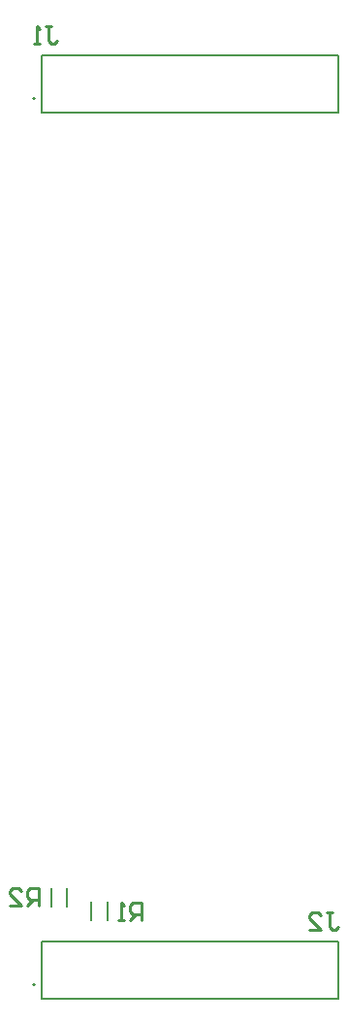
<source format=gbr>
%TF.GenerationSoftware,Altium Limited,Altium Designer,23.4.1 (23)*%
G04 Layer_Color=32896*
%FSLAX45Y45*%
%MOMM*%
%TF.SameCoordinates,2443AD3D-16DC-45C5-9BCC-0FA72C26467A*%
%TF.FilePolarity,Positive*%
%TF.FileFunction,Legend,Bot*%
%TF.Part,Single*%
G01*
G75*
%TA.AperFunction,NonConductor*%
%ADD24C,0.20000*%
%ADD26C,0.12700*%
%ADD27C,0.25400*%
D24*
X300500Y8238000D02*
G03*
X300500Y8238000I-10000J0D01*
G01*
Y508000D02*
G03*
X300500Y508000I-10000J0D01*
G01*
X2946500Y8117350D02*
Y8612650D01*
X355500Y8117350D02*
Y8612650D01*
X2946500D01*
X355500Y8117350D02*
X2946500D01*
Y387350D02*
Y882650D01*
X355500Y387350D02*
Y882650D01*
X2946500D01*
X355500Y387350D02*
X2946500D01*
D26*
X577000Y1190000D02*
Y1350000D01*
X439000Y1190000D02*
Y1350000D01*
X792500Y1074489D02*
Y1234490D01*
X930500Y1074489D02*
Y1234490D01*
D27*
X333334Y1193825D02*
Y1346175D01*
X257158D01*
X231767Y1320783D01*
Y1270000D01*
X257158Y1244608D01*
X333334D01*
X282550D02*
X231767Y1193825D01*
X79416D02*
X180983D01*
X79416Y1295392D01*
Y1320783D01*
X104808Y1346175D01*
X155591D01*
X180983Y1320783D01*
X1228692Y1066825D02*
Y1219175D01*
X1152517D01*
X1127125Y1193783D01*
Y1143000D01*
X1152517Y1117608D01*
X1228692D01*
X1177908D02*
X1127125Y1066825D01*
X1076341D02*
X1025558D01*
X1050949D01*
Y1219175D01*
X1076341Y1193783D01*
X2847373Y1137871D02*
X2898157D01*
X2872765D01*
Y1010912D01*
X2898157Y985520D01*
X2923548D01*
X2948940Y1010912D01*
X2695022Y985520D02*
X2796589D01*
X2695022Y1087087D01*
Y1112479D01*
X2720414Y1137871D01*
X2771197D01*
X2796589Y1112479D01*
X396273Y8869631D02*
X447057D01*
X421665D01*
Y8742672D01*
X447057Y8717280D01*
X472448D01*
X497840Y8742672D01*
X345489Y8717280D02*
X294706D01*
X320097D01*
Y8869631D01*
X345489Y8844239D01*
%TF.MD5,040e5deb133d549c8e69f255be7b639d*%
M02*

</source>
